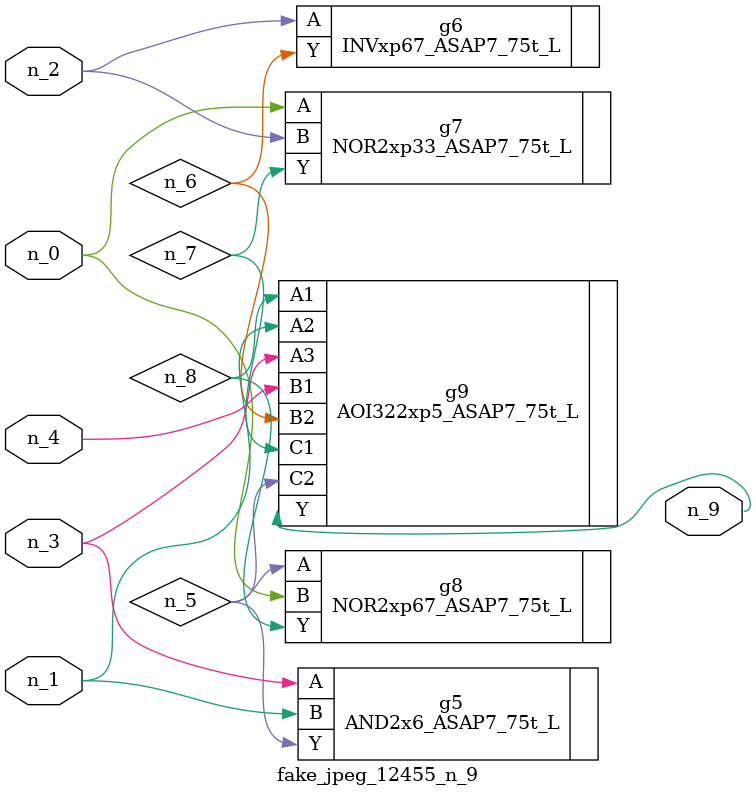
<source format=v>
module fake_jpeg_12455_n_9 (n_3, n_2, n_1, n_0, n_4, n_9);

input n_3;
input n_2;
input n_1;
input n_0;
input n_4;

output n_9;

wire n_8;
wire n_6;
wire n_5;
wire n_7;

AND2x6_ASAP7_75t_L g5 ( 
.A(n_3),
.B(n_1),
.Y(n_5)
);

INVxp67_ASAP7_75t_L g6 ( 
.A(n_2),
.Y(n_6)
);

NOR2xp33_ASAP7_75t_L g7 ( 
.A(n_0),
.B(n_2),
.Y(n_7)
);

NOR2xp67_ASAP7_75t_L g8 ( 
.A(n_5),
.B(n_0),
.Y(n_8)
);

AOI322xp5_ASAP7_75t_L g9 ( 
.A1(n_8),
.A2(n_1),
.A3(n_3),
.B1(n_4),
.B2(n_6),
.C1(n_7),
.C2(n_5),
.Y(n_9)
);


endmodule
</source>
